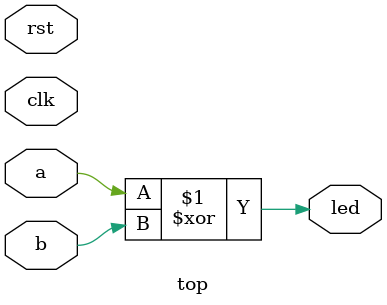
<source format=v>
module top(
  input a,
  input b,
  input clk,
  input rst,
  output led
);

  assign led = a ^ b;
endmodule

</source>
